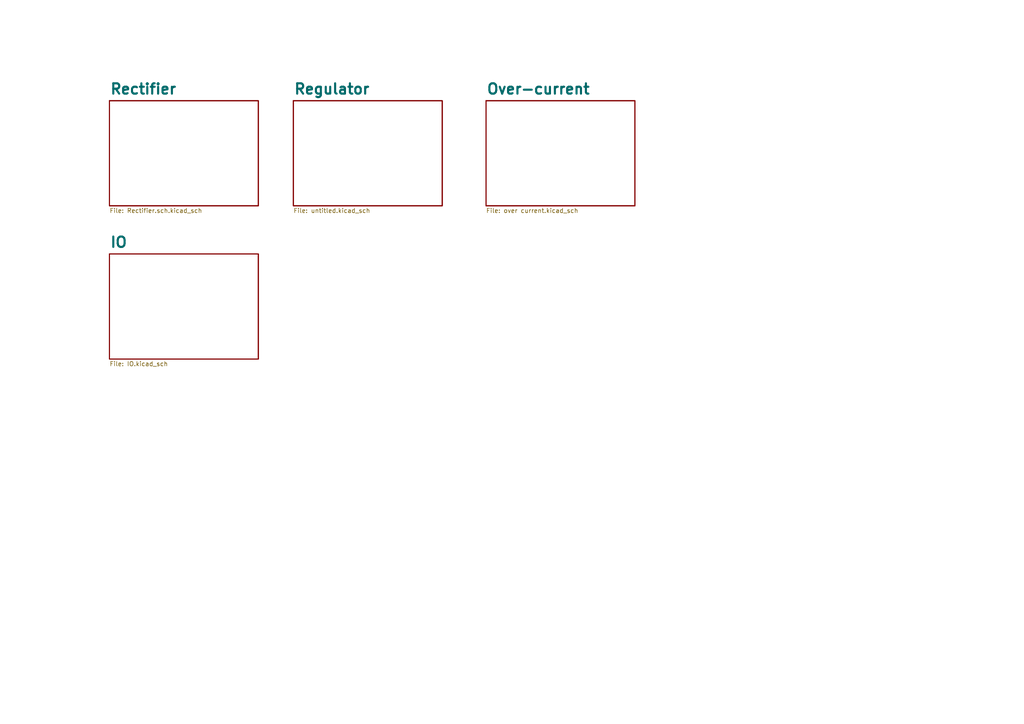
<source format=kicad_sch>
(kicad_sch
	(version 20231120)
	(generator "eeschema")
	(generator_version "8.0")
	(uuid "5f1333d7-7a61-49aa-bef3-a54a3d19a11a")
	(paper "A4")
	(lib_symbols)
	(sheet
		(at 140.97 29.21)
		(size 43.18 30.48)
		(fields_autoplaced yes)
		(stroke
			(width 0.3)
			(type solid)
		)
		(fill
			(color 0 0 0 0.0000)
		)
		(uuid "250ff173-255c-482d-9d62-749929004e82")
		(property "Sheetname" "Over-current"
			(at 140.97 27.5596 0)
			(effects
				(font
					(size 3 3)
					(bold yes)
				)
				(justify left bottom)
			)
		)
		(property "Sheetfile" "over current.kicad_sch"
			(at 140.97 60.3484 0)
			(effects
				(font
					(size 1.27 1.27)
				)
				(justify left top)
			)
		)
		(instances
			(project "Power supply"
				(path "/5f1333d7-7a61-49aa-bef3-a54a3d19a11a"
					(page "4")
				)
			)
		)
	)
	(sheet
		(at 31.75 73.66)
		(size 43.18 30.48)
		(fields_autoplaced yes)
		(stroke
			(width 0.3)
			(type solid)
		)
		(fill
			(color 0 0 0 0.0000)
		)
		(uuid "2f80c67c-cbb9-4ce4-ae69-3011190887a2")
		(property "Sheetname" "IO"
			(at 31.75 72.0096 0)
			(effects
				(font
					(size 3 3)
					(bold yes)
				)
				(justify left bottom)
			)
		)
		(property "Sheetfile" "IO.kicad_sch"
			(at 31.75 104.7984 0)
			(effects
				(font
					(size 1.27 1.27)
				)
				(justify left top)
			)
		)
		(instances
			(project "Power supply"
				(path "/5f1333d7-7a61-49aa-bef3-a54a3d19a11a"
					(page "5")
				)
			)
		)
	)
	(sheet
		(at 31.75 29.21)
		(size 43.18 30.48)
		(fields_autoplaced yes)
		(stroke
			(width 0.3)
			(type solid)
		)
		(fill
			(color 0 0 0 0.0000)
		)
		(uuid "62a6f7af-d96b-4add-9b8b-55fd87e38969")
		(property "Sheetname" "Rectifier"
			(at 31.75 27.5596 0)
			(effects
				(font
					(size 3 3)
					(bold yes)
				)
				(justify left bottom)
			)
		)
		(property "Sheetfile" "Rectifier.sch.kicad_sch"
			(at 31.75 60.3484 0)
			(effects
				(font
					(size 1.27 1.27)
				)
				(justify left top)
			)
		)
		(instances
			(project "Power supply"
				(path "/5f1333d7-7a61-49aa-bef3-a54a3d19a11a"
					(page "2")
				)
			)
		)
	)
	(sheet
		(at 85.09 29.21)
		(size 43.18 30.48)
		(fields_autoplaced yes)
		(stroke
			(width 0.3)
			(type solid)
		)
		(fill
			(color 0 0 0 0.0000)
		)
		(uuid "e16db55d-4e51-448d-a0e9-7d13ea994568")
		(property "Sheetname" "Regulator"
			(at 85.09 27.5596 0)
			(effects
				(font
					(size 3 3)
					(bold yes)
				)
				(justify left bottom)
			)
		)
		(property "Sheetfile" "untitled.kicad_sch"
			(at 85.09 60.3484 0)
			(effects
				(font
					(size 1.27 1.27)
				)
				(justify left top)
			)
		)
		(instances
			(project "Power supply"
				(path "/5f1333d7-7a61-49aa-bef3-a54a3d19a11a"
					(page "3")
				)
			)
		)
	)
	(sheet_instances
		(path "/"
			(page "1")
		)
	)
)
</source>
